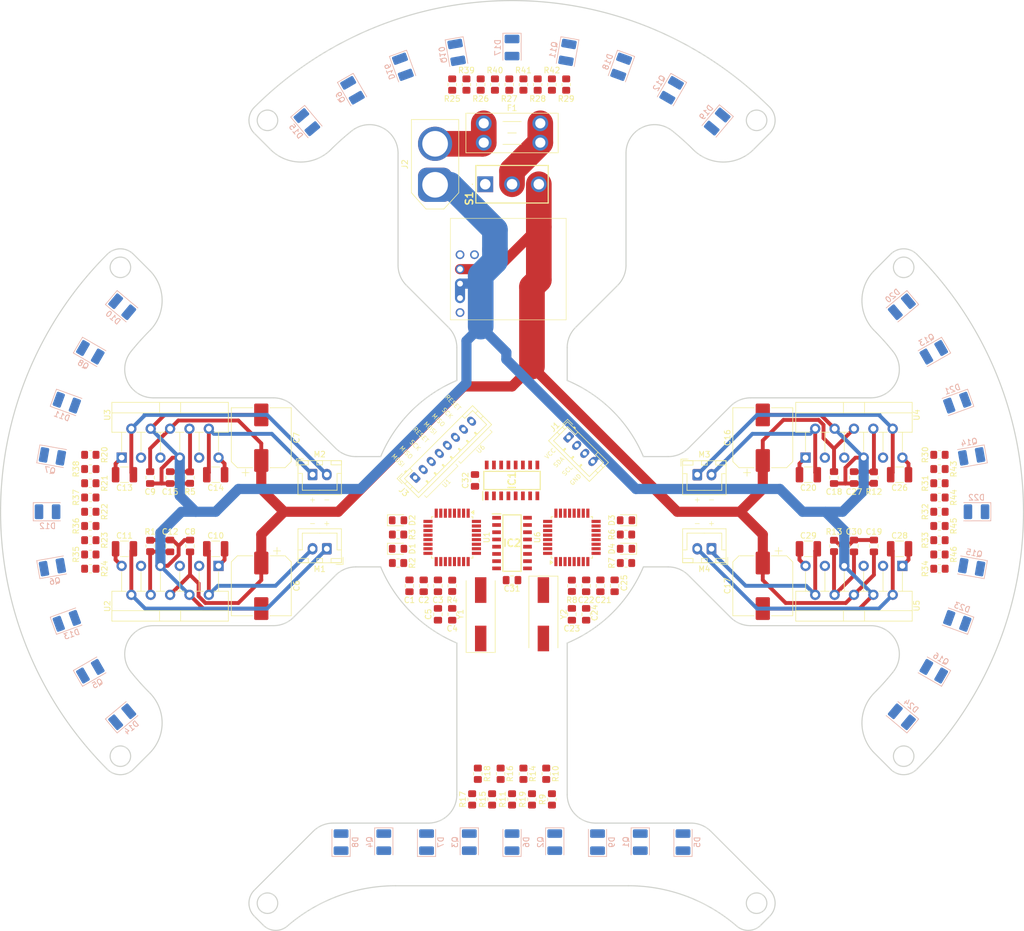
<source format=kicad_pcb>
(kicad_pcb (version 20241229) (generator "pcbnew") (generator_version "9.0")
  (layers (0 "F.Cu" signal) (2 "B.Cu" signal) (13 "F.Paste" user) (15 "B.Paste" user) (5 "F.SilkS" user "F.Silkscreen") (7 "B.SilkS" user "B.Silkscreen") (1 "F.Mask" user) (3 "B.Mask" user) (25 "Edge.Cuts" user))
  (net 0 "")
  (net 1 "Net-(U1-AREF)")
  (net 2 "+5V")
  (net 3 "Net-(U1-XTAL1{slash}PB6)")
  (net 4 "Net-(U1-XTAL2{slash}PB7)")
  (net 5 "Net-(D1-A)")
  (net 6 "Net-(D2-A)")
  (net 7 "Net-(U1-PB2)")
  (net 9 "SDA")
  (net 12 "SCL")
  (net 27 "MOTOR_1_BRAKE")
  (net 28 "+12V")
  (net 29 "Net-(U2-BOOTSTRAP1)")
  (net 30 "Net-(M1-Pin_2)")
  (net 31 "Net-(U2-BOOTSTRAP2)")
  (net 32 "Net-(M1-Pin_1)")
  (net 33 "Net-(U2-CURRENT_SENSE_OUTPUT)")
  (net 34 "Net-(M2-Pin_2)")
  (net 35 "Net-(U3-BOOTSTRAP1)")
  (net 36 "Net-(M2-Pin_1)")
  (net 37 "Net-(U3-BOOTSTRAP2)")
  (net 38 "Net-(U3-CURRENT_SENSE_OUTPUT)")
  (net 39 "Net-(M3-Pin_2)")
  (net 40 "Net-(U4-BOOTSTRAP1)")
  (net 41 "Net-(U6-XTAL1{slash}PB6)")
  (net 42 "Net-(U6-XTAL2{slash}PB7)")
  (net 43 "Net-(U6-AREF)")
  (net 44 "Net-(M3-Pin_1)")
  (net 45 "Net-(U4-BOOTSTRAP2)")
  (net 46 "Net-(U4-CURRENT_SENSE_OUTPUT)")
  (net 47 "Net-(U5-BOOTSTRAP1)")
  (net 48 "Net-(M4-Pin_2)")
  (net 49 "Net-(M4-Pin_1)")
  (net 50 "Net-(U5-BOOTSTRAP2)")
  (net 51 "Net-(U5-CURRENT_SENSE_OUTPUT)")
  (net 52 "Net-(D3-A)")
  (net 53 "Net-(D4-A)")
  (net 54 "Net-(U6-PB2)")
  (net 56 "MOTOR_4_SPEED")
  (net 59 "MOTOR_1_DIR")
  (net 61 "MOTOR_1_SPEED")
  (net 62 "MOTOR_2_DIR")
  (net 63 "MOTOR_3_SPEED")
  (net 64 "MOTOR_4_DIR")
  (net 68 "MOTOR_3_DIR")
  (net 69 "MOTOR_2_SPEED")
  (net 74 "Net-(J2-Pin_2)")
  (net 75 "Net-(S1-COM)")
  (net 79 "Net-(D5-A)")
  (net 80 "Net-(D6-A)")
  (net 81 "Net-(D7-A)")
  (net 82 "Net-(D8-A)")
  (net 83 "Net-(IC1-S3)")
  (net 84 "Net-(IC1-S5)")
  (net 85 "Net-(IC1-S2)")
  (net 86 "Net-(IC1-S4)")
  (net 87 "Net-(IC1-S1)")
  (net 89 "Net-(IC1-S6)")
  (net 90 "Net-(IC1-S7)")
  (net 91 "Net-(IC1-S8)")
  (net 93 "Net-(IC2-S4)")
  (net 95 "Net-(IC2-S3)")
  (net 96 "Net-(IC2-S7)")
  (net 97 "Net-(IC2-S1)")
  (net 99 "Net-(IC2-S2)")
  (net 100 "Net-(IC2-S6)")
  (net 101 "Net-(IC2-S5)")
  (net 103 "Net-(IC2-S8)")
  (net 107 "Net-(D9-A)")
  (net 108 "Net-(D10-A)")
  (net 109 "Net-(D11-A)")
  (net 110 "Net-(D12-A)")
  (net 111 "Net-(D13-A)")
  (net 112 "Net-(D14-A)")
  (net 113 "Net-(D15-A)")
  (net 114 "Net-(D16-A)")
  (net 115 "Net-(D17-A)")
  (net 116 "Net-(D18-A)")
  (net 117 "Net-(D19-A)")
  (net 118 "Net-(D20-A)")
  (net 119 "Net-(D21-A)")
  (net 120 "Net-(D22-A)")
  (net 121 "Net-(D23-A)")
  (net 122 "Net-(D24-A)")
  (net 123 "SCK_U6")
  (net 124 "MOSI_U1")
  (net 125 "MOSI_U6")
  (net 126 "RESET_U1")
  (net 127 "SCK_U1")
  (net 128 "MISO_U6")
  (net 129 "RESET_U6")
  (net 130 "MISO_U1")
  (footprint "Connector_AMASS:AMASS_XT60-M_1x02_P7.20mm_Vertical" (layer "F.Cu") (at -13.5 -57.4 90)
    (property "Reference" "J2")
    (property "Value" "Conn_01x02")
  )
  (footprint "ADG608BRZ:SOIC127P600X175-16N" (layer "F.Cu") (at 0 -5.5 90)
    (property "Reference" "IC1")
    (property "Value" "ADG608BRZ" (hide yes))
  )
  (footprint "Resistor_SMD:R_0805_2012Metric_Pad1.20x1.40mm_HandSolder" (layer "F.Cu") (at 2 -75 90)
    (property "Reference" "R41")
    (property "Value" "10k")
  )
  (footprint "Resistor_SMD:R_0805_2012Metric_Pad1.20x1.40mm_HandSolder" (layer "F.Cu") (at 4.5 -75 -90)
    (property "Reference" "R28")
    (property "Value" "330")
  )
  (footprint "Connector_JST:JST_PH_B8B-PH-K_1x08_P2.00mm_Vertical" (layer "F.Cu") (at -17 -6 45)
    (property "Reference" "J3")
    (property "Value" "Conn_01x08")
  )
  (footprint "Resistor_SMD:R_0805_2012Metric_Pad1.20x1.40mm_HandSolder" (layer "F.Cu") (at -20 4 180)
    (property "Reference" "R3")
    (property "Value" "330")
  )
  (footprint "Capacitor_SMD:CP_Elec_10x10" (layer "F.Cu") (at 44 -13 90)
    (property "Reference" "C16")
    (property "Value" "220uF")
  )
  (footprint "Resistor_SMD:R_0805_2012Metric_Pad1.20x1.40mm_HandSolder" (layer "F.Cu") (at 0 50.5 90)
    (property "Reference" "R11")
    (property "Value" "330")
  )
  (footprint "Resistor_SMD:R_0805_2012Metric_Pad1.20x1.40mm_HandSolder" (layer "F.Cu") (at 63.5 -6 -90)
    (property "Reference" "R12")
    (property "Value" "2.7k")
  )
  (footprint "LED_SMD:LED_0805_2012Metric_Pad1.15x1.40mm_HandSolder" (layer "F.Cu") (at 20 1.5 180)
    (property "Reference" "D3")
    (property "Value" "RED_LED")
  )
  (footprint "Resistor_SMD:R_0805_2012Metric_Pad1.20x1.40mm_HandSolder" (layer "F.Cu") (at 75 -2.5)
    (property "Reference" "R44")
    (property "Value" "10k")
  )
  (footprint "Capacitor_SMD:C_1210_3225Metric_Pad1.33x2.70mm_HandSolder" (layer "F.Cu") (at -52 -6.5 180)
    (property "Reference" "C14")
    (property "Value" "10nF")
  )
  (footprint "Resistor_SMD:R_0805_2012Metric_Pad1.20x1.40mm_HandSolder" (layer "F.Cu") (at -74 5)
    (property "Reference" "R23")
    (property "Value" "330")
  )
  (footprint "Capacitor_SMD:C_0805_2012Metric_Pad1.18x1.45mm_HandSolder" (layer "F.Cu") (at -18 13 90)
    (property "Reference" "C1")
    (property "Value" "100nF")
  )
  (footprint "Resistor_SMD:R_0805_2012Metric_Pad1.20x1.40mm_HandSolder" (layer "F.Cu") (at -63.5 6 90)
    (property "Reference" "R1")
    (property "Value" "2.7k")
  )
  (footprint "ADG608BRZ:SOIC127P600X175-16N" (layer "F.Cu") (at 0 5.5)
    (property "Reference" "IC2")
    (property "Value" "ADG608BRZ" (hide yes))
  )
  (footprint "Capacitor_SMD:C_0805_2012Metric_Pad1.18x1.45mm_HandSolder" (layer "F.Cu") (at -10.5 18 90)
    (property "Reference" "C4")
    (property "Value" "22pF")
  )
  (footprint "Capacitor_SMD:C_0805_2012Metric_Pad1.18x1.45mm_HandSolder" (layer "F.Cu") (at -13 18 90)
    (property "Reference" "C5")
    (property "Value" "22pF")
  )
  (footprint "Resistor_SMD:R_0805_2012Metric_Pad1.20x1.40mm_HandSolder" (layer "F.Cu") (at 75 5 180)
    (property "Reference" "R33")
    (property "Value" "330")
  )
  (footprint "Resistor_SMD:R_0805_2012Metric_Pad1.20x1.40mm_HandSolder" (layer "F.Cu") (at 75 -7.5)
    (property "Reference" "R43")
    (property "Value" "10k")
  )
  (footprint "Resistor_SMD:R_0805_2012Metric_Pad1.20x1.40mm_HandSolder" (layer "F.Cu") (at -74 -5)
    (property "Reference" "R21")
    (property "Value" "330")
  )
  (footprint "Resistor_SMD:R_0805_2012Metric_Pad1.20x1.40mm_HandSolder" (layer "F.Cu") (at 20 9)
    (property "Reference" "R7")
    (property "Value" "330")
  )
  (footprint "Capacitor_SMD:C_1210_3225Metric_Pad1.33x2.70mm_HandSolder" (layer "F.Cu") (at -52 6.5)
    (property "Reference" "C10")
    (property "Value" "10nF")
  )
  (footprint "Resistor_SMD:R_0805_2012Metric_Pad1.20x1.40mm_HandSolder" (layer "F.Cu") (at -2 46 -90)
    (property "Reference" "R16")
    (property "Value" "10k")
  )
  (footprint "Resistor_SMD:R_0805_2012Metric_Pad1.20x1.40mm_HandSolder" (layer "F.Cu") (at 75 -10 180)
    (property "Reference" "R30")
    (property "Value" "330")
  )
  (footprint "Resistor_SMD:R_0805_2012Metric_Pad1.20x1.40mm_HandSolder" (layer "F.Cu") (at 75 -5 180)
    (property "Reference" "R31")
    (property "Value" "330")
  )
  (footprint "Resistor_SMD:R_0805_2012Metric_Pad1.20x1.40mm_HandSolder" (layer "F.Cu") (at -74 -2.5 180)
    (property "Reference" "R37")
    (property "Value" "10k")
  )
  (footprint "Capacitor_SMD:C_0805_2012Metric_Pad1.18x1.45mm_HandSolder" (layer "F.Cu") (at 63.5 6 90)
    (property "Reference" "C19")
    (property "Value" "0.1uF")
  )
  (footprint "LED_SMD:LED_0805_2012Metric_Pad1.15x1.40mm_HandSolder" (layer "F.Cu") (at -20 6.5)
    (property "Reference" "D1")
    (property "Value" "RED_LED")
  )
  (footprint "Capacitor_SMD:C_0805_2012Metric_Pad1.18x1.45mm_HandSolder" (layer "F.Cu") (at 13 18 90)
    (property "Reference" "C24")
    (property "Value" "22pF")
  )
  (footprint "Fuse:Fuseholder_Blade_Mini_Keystone_3568" (layer "F.Cu") (at -4.96 -68.2)
    (property "Reference" "F1")
    (property "Value" "Fuse")
  )
  (footprint "Resistor_SMD:R_0805_2012Metric_Pad1.20x1.40mm_HandSolder" (layer "F.Cu") (at -74 0)
    (property "Reference" "R22")
    (property "Value" "330")
  )
  (footprint "Resistor_SMD:R_0805_2012Metric_Pad1.20x1.40mm_HandSolder" (layer "F.Cu") (at -0.48 -75 -90)
    (property "Reference" "R27")
    (property "Value" "330")
  )
  (footprint "Capacitor_SMD:C_1210_3225Metric_Pad1.33x2.70mm_HandSolder" (layer "F.Cu") (at -68 -6.5 180)
    (property "Reference" "C13")
    (property "Value" "10nF")
  )
  (footprint "Capacitor_SMD:C_0805_2012Metric_Pad1.18x1.45mm_HandSolder" (layer "F.Cu") (at 0 12)
    (property "Reference" "C31")
    (property "Value" "100nF")
  )
  (footprint "Crystal:Crystal_SMD_HC49-SD" (layer "F.Cu") (at 5.5 18 -90)
    (property "Reference" "Y2")
    (property "Value" "Crystal")
  )
  (footprint "Resistor_SMD:R_0805_2012Metric_Pad1.20x1.40mm_HandSolder" (layer "F.Cu") (at -10.5 13 90)
    (property "Reference" "R4")
    (property "Value" "10k")
  )
  (footprint "Capacitor_SMD:C_0805_2012Metric_Pad1.18x1.45mm_HandSolder" (layer "F.Cu") (at 13 13 -90)
    (property "Reference" "C22")
    (property "Value" "100nF")
  )
  (footprint "Package_QFP:TQFP-32_7x7mm_P0.8mm" (layer "F.Cu") (at -10.5 4.5 -90)
    (property "Reference" "U1")
    (property "Value" "ATmega328PB-A")
  )
  (footprint "Resistor_SMD:R_0805_2012Metric_Pad1.20x1.40mm_HandSolder" (layer "F.Cu") (at -74 10)
    (property "Reference" "R24")
    (property "Value" "330")
  )
  (footprint "Capacitor_SMD:C_0805_2012Metric_Pad1.18x1.45mm_HandSolder" (layer "F.Cu") (at -60 -6 -90)
    (property "Reference" "C15")
    (property "Value" "0.1uF")
  )
  (footprint "Capacitor_SMD:C_0805_2012Metric_Pad1.18x1.45mm_HandSolder" (layer "F.Cu") (at -13 13 -90)
    (property "Reference" "C3")
    (property "Value" "100nF")
  )
  (footprint "Resistor_SMD:R_0805_2012Metric_Pad1.20x1.40mm_HandSolder" (layer "F.Cu") (at 75 7.5)
    (property "Reference" "R46")
    (property "Value" "10k")
  )
  (footprint "Capacitor_SMD:C_0805_2012Metric_Pad1.18x1.45mm_HandSolder" (layer "F.Cu") (at 18 13 -90)
    (property "Reference" "C25")
    (property "Value" "100nF")
  )
  (footprint "Package_TO_SOT_THT:TO-220-11_P3.4x5.08mm_StaggerOdd_Lead4.58mm_Vertical" (layer "F.Cu") (at 51.5 -9.5)
    (property "Reference" "U4")
    (property "Value" "LMD18200")
  )
  (footprint "Connector_JST:JST_XH_B2B-XH-A_1x02_P2.50mm_Vertical" (layer "F.Cu") (at -35 -6.525)
    (property "Reference" "M2")
    (property "Value" "Conn_01x02_Pin")
  )
  (footprint "Capacitor_SMD:C_0805_2012Metric_Pad1.18x1.45mm_HandSolder" (layer "F.Cu") (at 60 6 90)
    (property "Reference" "C30")
    (property "Value" "0.1uF")
  )
  (footprint "Resistor_SMD:R_0805_2012Metric_Pad1.20x1.40mm_HandSolder" (layer "F.Cu") (at 20 4)
    (property "Reference" "R6")
    (property "Value" "330")
  )
  (footprint "Capacitor_SMD:C_1210_3225Metric_Pad1.33x2.70mm_HandSolder" (layer "F.Cu") (at -68 6.5)
    (property "Reference" "C11")
    (property "Value" "10nF")
  )
  (footprint "Connector_JST:JST_XH_B2B-XH-A_1x02_P2.50mm_Vertical" (layer "F.Cu") (at 32.5 -6.5)
    (property "Reference" "M3")
    (property "Value" "Conn_01x02_Pin")
  )
  (footprint "Capacitor_SMD:C_1210_3225Metric_Pad1.33x2.70mm_HandSolder" (layer "F.Cu") (at 68 6.5)
    (property "Reference" "C28")
    (property "Value" "10nF")
  )
  (footprint "Resistor_SMD:R_0805_2012Metric_Pad1.20x1.40mm_HandSolder" (layer "F.Cu") (at 56.5 6 90)
    (property "Reference" "R13")
    (property "Value" "2.7k")
  )
  (footprint "Connector_JST:JST_PH_B4B-PH-K_1x04_P2.00mm_Vertical" (layer "F.Cu") (at 9.928932 -13.071068 -45)
    (property "Reference" "J1")
    (property "Value" "Conn_01x04")
  )
  (footprint "Resistor_SMD:R_0805_2012Metric_Pad1.20x1.40mm_HandSolder" (layer "F.Cu") (at 9.5 -75 -90)
    (property "Reference" "R29")
    (property "Value" "330")
  )
  (footprint "Capacitor_SMD:C_1210_3225Metric_Pad1.33x2.70mm_HandSolder" (layer "F.Cu") (at 52 6.5)
    (property "Reference" "C29")
    (property "Value" "10nF")
  )
  (footprint "Resistor_SMD:R_0805_2012Metric_Pad1.20x1.40mm_HandSolder" (layer "F.Cu") (at -5.5 -75 -90)
    (property "Reference" "R26")
    (property "Value" "330")
  )
  (footprint "Resistor_SMD:R_0805_2012Metric_Pad1.20x1.40mm_HandSolder" (layer "F.Cu") (at -6 46 -90)
    (property "Reference" "R18")
    (property "Value" "10k")
  )
  (footprint "Resistor_SMD:R_0805_2012Metric_Pad1.20x1.40mm_HandSolder" (layer "F.Cu") (at 75 2.5)
    (property "Reference" "R45")
    (property "Value" "10k")
  )
  (footprint "LED_SMD:LED_0805_2012Metric_Pad1.15x1.40mm_HandSolder" (layer "F.Cu") (at -20 1.5)
    (property "Reference" "D2")
    (property "Value" "GREEN_LED")
  )
  (footprint "Resistor_SMD:R_0805_2012Metric_Pad1.20x1.40mm_HandSolder" (layer "F.Cu") (at 10.5 13 90)
    (property "Reference" "R8")
    (property "Value" "10k")
  )
  (footprint "Package_TO_SOT_THT:TO-220-11_P3.4x5.08mm_StaggerOdd_Lead4.58mm_Vertical" (layer "F.Cu") (at 68.5 9.5 180)
    (property "Reference" "U5")
    (property "Value" "LMD18200")
  )
  (footprint "Capacitor_SMD:C_0805_2012Metric_Pad1.18x1.45mm_HandSolder" (layer "F.Cu") (at -63.5 -6 -90)
    (property "Reference" "C9")
    (property "Value" "0.1uF")
  )
  (footprint "Capacitor_SMD:C_0805_2012Metric_Pad1.18x1.45mm_HandSolder" (layer "F.Cu") (at 60 -6 -90)
    (property "Reference" "C27")
    (property "Value" "0.1uF")
  )
  (footprint "Capacitor_SMD:C_0805_2012Metric_Pad1.18x1.45mm_HandSolder" (layer "F.Cu") (at -60 6 90)
    (property "Reference" "C12")
    (property "Value" "0.1uF")
  )
  (footprint "Resistor_SMD:R_0805_2012Metric_Pad1.20x1.40mm_HandSolder" (layer "F.Cu") (at -74 2.5 180)
    (property "Reference" "R36")
    (property "Value" "10k")
  )
  (footprint "Resistor_SMD:R_0805_2012Metric_Pad1.20x1.40mm_HandSolder" (layer "F.Cu") (at -74 -7.5 180)
    (property "Reference" "R38")
    (property "Value" "10k")
  )
  (footprint "Capacitor_SMD:CP_Elec_10x10" (layer "F.Cu") (at -44 -13 90)
    (property "Reference" "C7")
    (property "Value" "220uF")
  )
  (footprint "Resistor_SMD:R_0805_2012Metric_Pad1.20x1.40mm_HandSolder" (layer "F.Cu") (at -74 7.5 180)
    (property "Reference" "R35")
    (property "Value" "10k")
  )
  (footprint "Crystal:Crystal_SMD_HC49-SD" (layer "F.Cu") (at -5.5 18 90)
    (property "Reference" "Y1")
    (property "Value" "Crystal")
  )
  (footprint "Resistor_SMD:R_0805_2012Metric_Pad1.20x1.40mm_HandSolder" (layer "F.Cu") (at -8 -75 90)
    (property "Reference" "R39")
    (property "Value" "10k")
  )
  (footprint "Resistor_SMD:R_0805_2012Metric_Pad1.20x1.40mm_HandSolder" (layer "F.Cu") (at 7 -75 90)
    (property "Reference" "R42")
    (property "Value" "10k")
  )
  (footprint "Package_TO_SOT_THT:TO-220-11_P3.4x5.08mm_StaggerOdd_Lead4.58mm_Vertical" (layer "F.Cu") (at -51.5 9.5 180)
    (property "Reference" "U2")
    (property "Value" "LMD18200")
  )
  (footprint "Resistor_SMD:R_0805_2012Metric_Pad1.20x1.40mm_HandSolder" (layer "F.Cu") (at -20 9 180)
    (property "Reference" "R2")
    (property "Value" "330")
  )
  (footprint "Resistor_SMD:R_0805_2012Metric_Pad1.20x1.40mm_HandSolder" (layer "F.Cu") (at -74 -10)
    (property "Reference" "R20")
    (property "Value" "330")
  )
  (footprint "Resistor_SMD:R_0805_2012Metric_Pad1.20x1.40mm_HandSolder" (layer "F.Cu") (at -3.5 50.5 90)
    (property "Reference" "R15")
    (property "Value" "330")
  )
  (footprint "Capacitor_SMD:CP_Elec_10x10" (layer "F.Cu") (at 44 13 -90)
    (property "Reference" "C17")
    (property "Value" "220uF")
  )
  (footprint "Capacitor_SMD:C_0805_2012Metric_Pad1.18x1.45mm_HandSolder" (layer "F.Cu") (at -15.5 13 90)
    (property "Reference" "C2")
    (property "Value" "100nF")
  )
  (footprint "Pololu:D36V28F5" (layer "F.Cu") (at 0 -42.5 -90)
    (property "Reference" "U7" (hide yes))
    (property "Value" "~" (hide yes))
  )
  (footprint "Resistor_SMD:R_0805_2012Metric_Pad1.20x1.40mm_HandSolder" (layer "F.Cu") (at 2 46 -90)
    (property "Reference" "R14")
    (property "Value" "10k")
  )
  (footprint "Package_QFP:TQFP-32_7x7mm_P0.8mm" (layer "F.Cu") (at 10.5 4.5 90)
    (property "Reference" "U6")
    (property "Value" "ATmega328PB-A")
  )
  (footprint "Connector_JST:JST_XH_B2B-XH-A_1x02_P2.50mm_Vertical" (layer "F.Cu") (at -32.5 6.5 180)
    (property "Reference" "M1")
    (property "Value" "Conn_01x02_Pin")
  )
  (footprint "Capacitor_SMD:C_0805_2012Metric_Pad1.18x1.45mm_HandSolder" (layer "F.Cu") (at 10.5 18 90)
    (property "Reference" "C23")
    (property "Value" "22pF")
  )
  (footprint "Capacitor_SMD:C_0805_2012Metric_Pad1.18x1.45mm_HandSolder" (layer "F.Cu") (at 15.5 13 -90)
    (property "Reference" "C21")
    (property "Value" "100nF")
  )
  (footprint "Resistor_SMD:R_0805_2012Metric_Pad1.20x1.40mm_HandSolder" (layer "F.Cu") (at 7 50.5 90)
    (property "Reference" "R9")
    (property "Value" "330")
  )
  (footprint "LED_SMD:LED_0805_2012Metric_Pad1.15x1.40mm_HandSolder" (layer "F.Cu") (at 20 6.5 180)
    (property "Reference" "D4")
    (property "Value" "GREEN_LED")
  )
  (footprint "1101M2S3CGE2:1101M2S3CGE2" (layer "F.Cu") (at -4.7 -57.5 -90)
    (property "Reference" "S1")
    (property "Value" "1101M2S3CGE2" (hide yes))
  )
  (footprint "Capacitor_SMD:C_1210_3225Metric_Pad1.33x2.70mm_HandSolder" (layer "F.Cu") (at 68 -6.5 180)
    (property "Reference" "C26")
    (property "Value" "10nF")
  )
  (footprint "Capacitor_SMD:CP_Elec_10x10" (layer "F.Cu") (at -44 13 -90)
    (property "Reference" "C6")
    (property "Value" "220uF")
  )
  (footprint "Resistor_SMD:R_0805_2012Metric_Pad1.20x1.40mm_HandSolder" (layer "F.Cu") (at -7 50.5 90)
    (property "Reference" "R17")
    (property "Value" "330")
  )
  (footprint "Resistor_SMD:R_0805_2012Metric_Pad1.20x1.40mm_HandSolder" (layer "F.Cu") (at -3 -75 90)
    (property "Reference" "R40")
    (property "Value" "10k")
  )
  (footprint "Resistor_SMD:R_0805_2012Metric_Pad1.20x1.40mm_HandSolder" (layer "F.Cu") (at 3.5 50.5 90)
    (property "Reference" "R19")
    (property "Value" "330")
  )
  (footprint "Resistor_SMD:R_0805_2012Metric_Pad1.20x1.40mm_HandSolder" (layer "F.Cu") (at 6 46 -90)
    (property "Reference" "R10")
    (property "Value" "10k")
  )
  (footprint "Package_TO_SOT_THT:TO-220-11_P3.4x5.08mm_StaggerOdd_Lead4.58mm_Vertical" (layer "F.Cu") (at -68.5 -9.5)
    (property "Reference" "U3")
    (property "Value" "LMD18200")
  )
  (footprint "Resistor_SMD:R_0805_2012Metric_Pad1.20x1.40mm_HandSolder" (layer "F.Cu") (at -56.5 -6 -90)
    (property "Reference" "R5")
    (property "Value" "2.7k")
  )
  (footprint "Connector_JST:JST_XH_B2B-XH-A_1x02_P2.50mm_Vertical" (layer "F.Cu") (at 35 6.5 180)
    (property "Reference" "M4")
    (property "Value" "Conn_01x02_Pin")
  )
  (footprint "Capacitor_SMD:C_0805_2012Metric_Pad1.18x1.45mm_HandSolder" (layer "F.Cu") (at 56.5 -6 -90)
    (property "Reference" "C18")
    (property "Value" "0.1uF")
  )
  (footprint "Capacitor_SMD:C_0805_2012Metric_Pad1.18x1.45mm_HandSolder" (layer "F.Cu") (at -6.5 -5.5 90)
    (property "Reference" "C32")
    (property "Value" "100nF")
  )
  (footprint "Resistor_SMD:R_0805_2012Metric_Pad1.20x1.40mm_HandSolder" (layer "F.Cu") (at 75 10 180)
    (property "Reference" "R34")
    (property "Value" "330")
  )
  (footprint "Resistor_SMD:R_0805_2012Metric_Pad1.20x1.40mm_HandSolder" (layer "F.Cu") (at -10.5 -75 -90)
    (property "Reference" "R25")
    (property "Value" "330")
  )
  (footprint "Capacitor_SMD:C_0805_2012Metric_Pad1.18x1.45mm_HandSolder" (layer "F.Cu") (at -56.5 6 90)
    (property "Reference" "C8")
    (property "Value" "0.1uF")
  )
  (footprint "Resistor_SMD:R_0805_2012Metric_Pad1.20x1.40mm_HandSolder" (layer "F.Cu") (at 75 0 180)
    (property "Reference" "R32")
    (property "Value" "330")
  )
  (footprint "Capacitor_SMD:C_1210_3225Metric_Pad1.33x2.70mm_HandSolder" (layer "F.Cu") (at 52 -6.5 180)
    (property "Reference" "C20")
    (property "Value" "10nF")
  )
  (footprint "LED_SMD:LED_PLCC-2_3.4x3.0mm_KA" (layer "B.Cu") (at -73.997423 -28 -30)
    (property "Reference" "Q8")
    (property "Value" "SFH320")
  )
  (footprint "LED_SMD:LED_PLCC-2_3.4x3.0mm_KA" (layer "B.Cu") (at -35.996106 -68.398489 -50)
    (property "Reference" "D15")
    (property "Value" "LED")
  )
  (footprint "LED_SMD:LED_PLCC-2_3.4x3.0mm_KA" (layer "B.Cu") (at 68.398489 35.996106 140)
    (property "Reference" "D24")
    (property "Value" "LED")
  )
  (footprint "LED_SMD:LED_PLCC-2_3.4x3.0mm_KA" (layer "B.Cu") (at 0 58 90)
    (property "Reference" "D6")
    (property "Value" "LED")
  )
  (footprint "LED_SMD:LED_PLCC-2_3.4x3.0mm_KA" (layer "B.Cu") (at 80.649234 9.724298 170)
    (property "Reference" "Q15")
    (property "Value" "SFH320")
  )
  (footprint "LED_SMD:LED_PLCC-2_3.4x3.0mm_KA" (layer "B.Cu") (at -78.122787 -19.153128 -20)
    (property "Reference" "D11")
    (property "Value" "LED")
  )
  (footprint "LED_SMD:LED_PLCC-2_3.4x3.0mm_KA" (layer "B.Cu") (at 22.5 58 -90)
    (property "Reference" "Q1")
    (property "Value" "SFH320")
  )
  (footprint "LED_SMD:LED_PLCC-2_3.4x3.0mm_KA" (layer "B.Cu") (at 28 -73.997423 -120)
    (property "Reference" "Q12")
    (property "Value" "SFH320")
  )
  (footprint "LED_SMD:LED_PLCC-2_3.4x3.0mm_KA" (layer "B.Cu") (at 74 28 150)
    (property "Reference" "Q16")
    (property "Value" "SFH320")
  )
  (footprint "LED_SMD:LED_PLCC-2_3.4x3.0mm_KA" (layer "B.Cu") (at 15 58 90)
    (property "Reference" "D9")
    (property "Value" "LED")
  )
  (footprint "LED_SMD:LED_PLCC-2_3.4x3.0mm_KA" (layer "B.Cu") (at -80.649234 9.724298 10)
    (property "Reference" "Q6")
    (property "Value" "SFH320")
  )
  (footprint "LED_SMD:LED_PLCC-2_3.4x3.0mm_KA" (layer "B.Cu") (at 81.5 0 180)
    (property "Reference" "D22")
    (property "Value" "LED")
  )
  (footprint "LED_SMD:LED_PLCC-2_3.4x3.0mm_KA" (layer "B.Cu") (at -78.122787 19.153128 20)
    (property "Reference" "D13")
    (property "Value" "LED")
  )
  (footprint "LED_SMD:LED_PLCC-2_3.4x3.0mm_KA" (layer "B.Cu") (at 68.398489 -35.996106 -140)
    (property "Reference" "D20")
    (property "Value" "LED")
  )
  (footprint "LED_SMD:LED_PLCC-2_3.4x3.0mm_KA" (layer "B.Cu") (at -28 -73.997423 -60)
    (property "Reference" "Q9")
    (property "Value" "SFH320")
  )
  (footprint "LED_SMD:LED_PLCC-2_3.4x3.0mm_KA" (layer "B.Cu") (at 78.122787 -19.153128 -160)
    (property "Reference" "D21")
    (property "Value" "LED")
  )
  (footprint "LED_SMD:LED_PLCC-2_3.4x3.0mm_KA" (layer "B.Cu") (at 74 -28 -150)
    (property "Reference" "Q13")
    (property "Value" "SFH320")
  )
  (footprint "LED_SMD:LED_PLCC-2_3.4x3.0mm_KA" (layer "B.Cu") (at -19.153126 -78.122787 -70)
    (property "Reference" "D16")
    (property "Value" "LED")
  )
  (footprint "LED_SMD:LED_PLCC-2_3.4x3.0mm_KA" (layer "B.Cu") (at 30 58 90)
    (property "Reference" "D5")
    (property "Value" "LED")
  )
  (footprint "LED_SMD:LED_PLCC-2_3.4x3.0mm_KA" (layer "B.Cu") (at -22.5 58 -90)
    (property "Reference" "Q4")
    (property "Value" "SFH320")
  )
  (footprint "LED_SMD:LED_PLCC-2_3.4x3.0mm_KA" (layer "B.Cu") (at -81.5 0)
    (property "Reference" "D12")
    (property "Value" "LED")
  )
  (footprint "LED_SMD:LED_PLCC-2_3.4x3.0mm_KA" (layer "B.Cu") (at 19.153128 -78.122787 -110)
    (property "Reference" "D18")
    (property "Value" "LED")
  )
  (footprint "LED_SMD:LED_PLCC-2_3.4x3.0mm_KA" (layer "B.Cu") (at 78.122787 19.153128 160)
    (property "Reference" "D23")
    (property "Value" "LED")
  )
  (footprint "LED_SMD:LED_PLCC-2_3.4x3.0mm_KA" (layer "B.Cu") (at -7.5 58 -90)
    (property "Reference" "Q3")
    (property "Value" "SFH320")
  )
  (footprint "LED_SMD:LED_PLCC-2_3.4x3.0mm_KA" (layer "B.Cu") (at -30 58 90)
    (property "Reference" "D8")
    (property "Value" "LED")
  )
  (footprint "LED_SMD:LED_PLCC-2_3.4x3.0mm_KA" (layer "B.Cu") (at 36 -68.5 -130)
    (property "Reference" "D19")
    (property "Value" "LED")
  )
  (footprint "LED_SMD:LED_PLCC-2_3.4x3.0mm_KA" (layer "B.Cu") (at -68.398489 35.996106 40)
    (property "Reference" "D14")
    (property "Value" "LED")
  )
  (footprint "LED_SMD:LED_PLCC-2_3.4x3.0mm_KA" (layer "B.Cu") (at 9.724298 -80.649234 -100)
    (property "Reference" "Q11")
    (property "Value" "SFH320")
  )
  (footprint "LED_SMD:LED_PLCC-2_3.4x3.0mm_KA" (layer "B.Cu") (at 80.649234 -9.724298 -170)
    (property "Reference" "Q14")
    (property "Value" "SFH320")
  )
  (footprint "LED_SMD:LED_PLCC-2_3.4x3.0mm_KA" (layer "B.Cu") (at -68.398489 -35.996106 -40)
    (property "Reference" "D10")
    (property "Value" "LED")
  )
  (footprint "LED_SMD:LED_PLCC-2_3.4x3.0mm_KA" (layer "B.Cu") (at -73.997423 28 30)
    (property "Reference" "Q5")
    (property "Value" "SFH320")
  )
  (footprint "LED_SMD:LED_PLCC-2_3.4x3.0mm_KA" (layer "B.Cu") (at -9.724298 -80.649234 -80)
    (property "Reference" "Q10")
    (property "Value" "SFH320")
  )
  (footprint "LED_SMD:LED_PLCC-2_3.4x3.0mm_KA" (layer "B.Cu") (at -15 58 90)
    (property "Reference" "D7")
    (property "Value" "LED")
  )
  (footprint "LED_SMD:LED_PLCC-2_3.4x3.0mm_KA" (layer "B.Cu") (at 7.5 58 -90)
    (property "Reference" "Q2")
    (property "Value" "SFH320")
  )
  (footprint "LED_SMD:LED_PLCC-2_3.4x3.0mm_KA" (layer "B.Cu") (at 0 -81.5 -90)
    (property "Reference" "D17")
    (property "Value" "LED")
  )
  (footprint "LED_SMD:LED_PLCC-2_3.4x3.0mm_KA" (layer "B.Cu") (at -80.649234 -9.724298 -10)
    (property "Reference" "Q7")
    (property "Value" "SFH320")
  )
  (gr_line (start -9 -8.5) (end -3.5 -14) (stroke (width 0.1)) (layer "F.SilkS"))
  (gr_line (start -3.5 -14) (end -3.853553 -14.353553) (stroke (width 0.1)) (layer "F.SilkS"))
  (gr_line (start -15 -2.5) (end -15.353553 -2.853553) (stroke (width 0.1)) (layer "F.SilkS"))
  (gr_line (start -15 -2.5) (end -9.5 -8) (stroke (width 0.1)) (layer "F.SilkS"))
  (gr_line (start -9.5 -8) (end -9.853553 -8.353553) (stroke (width 0.1)) (layer "F.SilkS"))
  (gr_line (start -9 -8.5) (end -9.353553 -8.853553) (stroke (width 0.1)) (layer "F.SilkS"))
  (gr_circle (center -68.720771 42.911428) (end -66.920771 42.911428) (stroke (width 0.2)) (fill no) (layer "Edge.Cuts"))
  (gr_arc (start -9.682577 23.048805) (mid -17.677666 17.677673) (end -23.0488 9.682586) (stroke (width 0.2)) (layer "Edge.Cuts"))
  (gr_line (start -66.422674 45.209525) (end -63.594252 42.381104) (stroke (width 0.2)) (layer "Edge.Cuts"))
  (gr_arc (start -28.130018 -66.861705) (mid -22.837835 -67.470935) (end -20 -62.962604) (stroke (width 0.2)) (layer "Edge.Cuts"))
  (gr_arc (start -63.594254 31.774493) (mid -61.397551 37.077798) (end -63.594252 42.381104) (stroke (width 0.2)) (layer "Edge.Cuts"))
  (gr_line (start -38.334524 18.535534) (end -30.946041 11.147051) (stroke (width 0.2)) (layer "Edge.Cuts"))
  (gr_line (start -45.209479 -66.422703) (end -42.381051 -63.594275) (stroke (width 0.2)) (layer "Edge.Cuts"))
  (gr_circle (center 68.720799 42.911383) (end 70.520799 42.911383) (stroke (width 0.2)) (fill no) (layer "Edge.Cuts"))
  (gr_line (start -45.209459 66.422718) (end -34.910202 56.12346) (stroke (width 0.2)) (layer "Edge.Cuts"))
  (gr_arc (start -34.910202 56.12346) (mid -33.288086 55.039596) (end -31.374669 54.658994) (stroke (width 0.2)) (layer "Edge.Cuts"))
  (gr_arc (start -71.018867 45.209527) (mid -89.745277 0.000014) (end -71.018881 -45.209505) (stroke (width 0.2)) (layer "Edge.Cuts"))
  (gr_arc (start 45.209507 66.422692) (mid 46.161409 68.717667) (end 45.213918 71.014467) (stroke (width 0.2)) (layer "Edge.Cuts"))
  (gr_line (start 63.594269 -42.381082) (end 66.422694 -45.209507) (stroke (width 0.2)) (layer "Edge.Cuts"))
  (gr_line (start -66.422687 -45.209504) (end -63.594267 -42.381084) (stroke (width 0.2)) (layer "Edge.Cuts"))
  (gr_arc (start 63.594263 -31.774472) (mid 65.277647 -29.996767) (end 66.861714 -28.130018) (stroke (width 0.2)) (layer "Edge.Cuts"))
  (gr_line (start 30.94604 -11.147059) (end 30.946044 -11.147055) (stroke (width 0.2)) (layer "Edge.Cuts"))
  (gr_line (start 62.972086 -20) (end 41.87 -20) (stroke (width 0.2)) (layer "Edge.Cuts"))
  (gr_line (start -20.438692 65.658994) (end 20.4387 65.658994) (stroke (width 0.2)) (layer "Edge.Cuts"))
  (gr_arc (start -63.594254 31.774493) (mid -65.277649 29.996777) (end -66.861724 28.130017) (stroke (width 0.2)) (layer "Edge.Cuts"))
  (gr_arc (start -39.428259 72.741045) (mid -30.572288 67.487129) (end -20.438692 65.658994) (stroke (width 0.2)) (layer "Edge.Cuts"))
  (gr_arc (start -62.962623 -20) (mid -67.470953 -22.837835) (end -66.861724 -28.130017) (stroke (width 0.2)) (layer "Edge.Cuts"))
  (gr_arc (start -18.535535 -39.748759) (mid -19.619398 -41.370875) (end -20 -43.284291) (stroke (width 0.2)) (layer "Edge.Cuts"))
  (gr_circle (center -42.911382 -68.7208) (end -41.111382 -68.7208) (stroke (width 0.2)) (fill no) (layer "Edge.Cuts"))
  (gr_arc (start 41.8701 20) (mid 39.956618 19.619371) (end 38.334447 18.535453) (stroke (width 0.2)) (layer "Edge.Cuts"))
  (gr_arc (start -45.209479 -71.018898) (mid 0.000002 -89.745272) (end 45.209482 -71.018896) (stroke (width 0.2)) (layer "Edge.Cuts"))
  (gr_line (start 9.682578 -28.82473) (end 9.682578 -23.048803) (stroke (width 0.2)) (layer "Edge.Cuts"))
  (gr_arc (start -41.870057 -20) (mid -39.95664 -19.619398) (end -38.334524 -18.535534) (stroke (width 0.2)) (layer "Edge.Cuts"))
  (gr_line (start -9.682577 -28.82473) (end -9.682577 -23.048806) (stroke (width 0.2)) (layer "Edge.Cuts"))
  (gr_arc (start -66.422674 45.209525) (mid -68.72077 46.161428) (end -71.018867 45.209527) (stroke (width 0.2)) (layer "Edge.Cuts"))
  (gr_arc (start 66.861714 28.130018) (mid 65.277656 29.996759) (end 63.594279 31.774456) (stroke (width 0.2)) (layer "Edge.Cuts"))
  (gr_line (start 66.422711 45.209489) (end 63.594286 42.381064) (stroke (width 0.2)) (layer "Edge.Cuts"))
  (gr_circle (center 42.911406 68.720785) (end 44.711406 68.720785) (stroke (width 0.2)) (fill no) (layer "Edge.Cuts"))
  (gr_line (start -20 -62.962604) (end -20 -43.284291) (stroke (width 0.2)) (layer "Edge.Cuts"))
  (gr_arc (start -23.048805 -9.682577) (mid -17.67767 -17.67767) (end -9.682577 -23.048806) (stroke (width 0.2)) (layer "Edge.Cuts"))
  (gr_arc (start 71.018897 45.20948) (mid 68.720806 46.161388) (end 66.422712 45.209488) (stroke (width 0.2)) (layer "Edge.Cuts"))
  (gr_arc (start -30.946041 11.147051) (mid -29.323926 10.063188) (end -27.41051 9.682586) (stroke (width 0.2)) (layer "Edge.Cuts"))
  (gr_arc (start 66.861714 -28.130018) (mid 67.472987 -22.842105) (end 62.972086 -20) (stroke (width 0.2)) (layer "Edge.Cuts"))
  (gr_arc (start -11.147044 -32.360267) (mid -10.063179 -30.738149) (end -9.682577 -28.82473) (stroke (width 0.2)) (layer "Edge.Cuts"))
  (gr_line (start -27.410496 -9.682577) (end -23.048805 -9.682577) (stroke (width 0.2)) (layer "Edge.Cuts"))
  (gr_arc (start 9.682578 -23.048803) (mid 17.67767 -17.677669) (end 23.048802 -9.682577) (stroke (width 0.2)) (layer "Edge.Cuts"))
  (gr_arc (start 9.682578 -28.82473) (mid 10.063181 -30.738147) (end 11.147045 -32.360265) (stroke (width 0.2)) (layer "Edge.Cuts"))
  (gr_arc (start 66.422694 -45.209507) (mid 68.720794 -46.161413) (end 71.018883 -45.209502) (stroke (width 0.2)) (layer "Edge.Cuts"))
  (gr_arc (start 20 -62.9626) (mid 22.837834 -67.47093) (end 28.130018 -66.861705) (stroke (width 0.2)) (layer "Edge.Cuts"))
  (gr_line (start -27.41051 9.682586) (end -23.0488 9.682586) (stroke (width 0.2)) (layer "Edge.Cuts"))
  (gr_circle (center 68.720786 -42.911405) (end 70.520786 -42.911405) (stroke (width 0.2)) (fill no) (layer "Edge.Cuts"))
  (gr_arc (start -9.682577 49.658991) (mid -11.147044 53.194527) (end -14.68258 54.658994) (stroke (width 0.2)) (layer "Edge.Cuts"))
  (gr_arc (start 38.334645 -18.535655) (mid 39.956681 -19.619429) (end 41.87 -19.999946) (stroke (width 0.2)) (layer "Edge.Cuts"))
  (gr_line (start 43.637743 72.590642) (end 45.213918 71.014467) (stroke (width 0.2)) (layer "Edge.Cuts"))
  (gr_line (start 20 -62.9626) (end 20 -43.28432) (stroke (width 0.2)) (layer "Edge.Cuts"))
  (gr_line (start 27.4105 9.682586) (end 23.048802 9.682586) (stroke (width 0.2)) (layer "Edge.Cuts"))
  (gr_line (start 9.682578 49.65899) (end 9.682578 23.048805) (stroke (width 0.2)) (layer "Edge.Cuts"))
  (gr_arc (start 71.018883 -45.209502) (mid 89.745274 -0.000014) (end 71.018897 45.20948) (stroke (width 0.2)) (layer "Edge.Cuts"))
  (gr_line (start 41.87 -19.999946) (end 41.87 -20) (stroke (width 0.2)) (layer "Edge.Cuts"))
  (gr_arc (start 20.4387 65.658994) (mid 30.572299 67.487129) (end 39.428268 72.741054) (stroke (width 0.2)) (layer "Edge.Cuts"))
  (gr_line (start -9.682577 49.658991) (end -9.682577 23.048805) (stroke (width 0.2)) (layer "Edge.Cuts"))
  (gr_arc (start 43.637743 72.590642) (mid 41.562596 73.493949) (end 39.428268 72.741054) (stroke (width 0.2)) (layer "Edge.Cuts"))
  (gr_line (start 45.209507 66.422692) (end 34.910357 56.123543) (stroke (width 0.2)) (layer "Edge.Cuts"))
  (gr_arc (start -31.77445 -63.594275) (mid -29.996756 -65.277649) (end -28.130018 -66.861705) (stroke (width 0.2)) (layer "Edge.Cuts"))
  (gr_arc (start 14.68258 54.658994) (mid 11.147043 53.194527) (end 9.682577 49.65899) (stroke (width 0.2)) (layer "Edge.Cuts"))
  (gr_arc (start -66.861724 28.130017) (mid -67.470954 22.837836) (end -62.962623 20.000004) (stroke (width 0.2)) (layer "Edge.Cuts"))
  (gr_arc (start -38.334524 18.535534) (mid -39.95664 19.619398) (end -41.870057 20) (stroke (width 0.2)) (layer "Edge.Cuts"))
  (gr_arc (start 31.3747 54.658994) (mid 33.288185 55.039624) (end 34.910358 56.123542) (stroke (width 0.2)) (layer "Edge.Cuts"))
  (gr_arc (start 63.594286 42.381064) (mid 61.397588 37.077762) (end 63.594279 31.774456) (stroke (width 0.2)) (layer "Edge.Cuts"))
  (gr_line (start 18.535505 -39.748724) (end 11.147045 -32.360265) (stroke (width 0.2)) (layer "Edge.Cuts"))
  (gr_line (start -31.374669 54.658994) (end -14.68258 54.658994) (stroke (width 0.2)) (layer "Edge.Cuts"))
  (gr_arc (start 63.594263 -31.774472) (mid 61.397568 -37.077777) (end 63.594274 -42.381077) (stroke (width 0.2)) (layer "Edge.Cuts"))
  (gr_arc (start -27.410496 -9.682577) (mid -29.323915 -10.06318) (end -30.946033 -11.147044) (stroke (width 0.2)) (layer "Edge.Cuts"))
  (gr_arc (start 20 -43.28432) (mid 19.619392 -41.370869) (end 18.535505 -39.748724) (stroke (width 0.2)) (layer "Edge.Cuts"))
  (gr_arc (start 30.94604 -11.147059) (mid 29.323919 -10.063192) (end 27.410499 -9.682577) (stroke (width 0.2)) (layer "Edge.Cuts"))
  (gr_line (start -62.962623 -20) (end -41.870057 -20) (stroke (width 0.2)) (layer "Edge.Cuts"))
  (gr_arc (start 62.9626 20) (mid 67.470929 22.837832) (end 66.861714 28.130018) (stroke (width 0.2)) (layer "Edge.Cuts"))
  (gr_line (start 45.20949 -66.42271) (end 42.38105 -63.59427) (stroke (width 0.2)) (layer "Edge.Cuts"))
  (gr_arc (start 42.38105 -63.59427) (mid 37.07775 -61.397568) (end 31.774452 -63.594273) (stroke (width 0.2)) (layer "Edge.Cuts"))
  (gr_arc (start -66.861724 -28.130017) (mid -65.277655 -29.99677) (end -63.594267 -31.774479) (stroke (width 0.2)) (layer "Edge.Cuts"))
  (gr_line (start -43.637796 72.590571) (end -45.209457 71.018911) (stroke (width 0.2)) (layer "Edge.Cuts"))
  (gr_arc (start 28.130018 -66.861705) (mid 29.996757 -65.277647) (end 31.774452 -63.594273) (stroke (width 0.2)) (layer "Edge.Cuts"))
  (gr_line (start 30.946044 -11.147055) (end 38.334645 -18.535655) (stroke (width 0.2)) (layer "Edge.Cuts"))
  (gr_circle (center -42.911361 68.720813) (end -41.111361 68.720813) (stroke (width 0.2)) (fill no) (layer "Edge.Cuts"))
  (gr_arc (start -45.209457 71.018911) (mid -46.161361 68.720815) (end -45.209459 66.422718) (stroke (width 0.2)) (layer "Edge.Cuts"))
  (gr_arc (start -31.77445 -63.594275) (mid -37.077751 -61.397576) (end -42.381051 -63.594275) (stroke (width 0.2)) (layer "Edge.Cuts"))
  (gr_circle (center 42.911385 -68.720798) (end 44.711385 -68.720798) (stroke (width 0.2)) (fill no) (layer "Edge.Cuts"))
  (gr_arc (start 23.048802 9.682586) (mid 17.677666 17.677672) (end 9.682578 23.048805) (stroke (width 0.2)) (layer "Edge.Cuts"))
  (gr_line (start 31.3747 54.658994) (end 14.68258 54.658994) (stroke (width 0.2)) (layer "Edge.Cuts"))
  (gr_line (start -62.962623 20) (end -41.870057 20) (stroke (width 0.2)) (layer "Edge.Cuts"))
  (gr_arc (start 27.4105 9.682586) (mid 29.323923 10.063189) (end 30.946045 11.147055) (stroke (width 0.2)) (layer "Edge.Cuts"))
  (gr_arc (start -71.018881 -45.209505) (mid -68.720784 -46.161407) (end -66.422689 -45.209502) (stroke (width 0.2)) (layer "Edge.Cuts"))
  (gr_arc (start -39.428259 72.741045) (mid -41.562628 73.493894) (end -43.637796 72.590571) (stroke (width 0.2)) (layer "Edge.Cuts"))
  (gr_line (start 62.9626 20) (end 41.8701 20) (stroke (width 0.2)) (layer "Edge.Cuts"))
  (gr_arc (start -63.594267 -42.381084) (mid -61.397567 -37.077782) (end -63.594267 -31.774479) (stroke (width 0.2)) (layer "Edge.Cuts"))
  (gr_arc (start -45.209479 -66.422703) (mid -46.161382 -68.720801) (end -45.209479 -71.018898) (stroke (width 0.2)) (layer "Edge.Cuts"))
  (gr_circle (center -68.720784 -42.911407) (end -66.920784 -42.911407) (stroke (width 0.2)) (fill no) (layer "Edge.Cuts"))
  (gr_line (start 30.946045 11.147055) (end 38.334445 18.535455) (stroke (width 0.2)) (layer "Edge.Cuts"))
  (gr_arc (start 45.209482 -71.018896) (mid 46.161389 -68.720805) (end 45.209489 -66.422711) (stroke (width 0.2)) (layer "Edge.Cuts"))
  (gr_line (start -18.535535 -39.748759) (end -11.147044 -32.360267) (stroke (width 0.2)) (layer "Edge.Cuts"))
  (gr_line (start -38.334524 -18.535534) (end -30.946033 -11.147044) (stroke (width 0.2)) (layer "Edge.Cuts"))
  (gr_line (start 27.410499 -9.682577) (end 23.048802 -9.682577) (stroke (width 0.2)) (layer "Edge.Cuts"))
  (gr_text "VCC" (at 7.5 -11 45) (layer "F.SilkS") (effects (font (size 0.75 0.75) (thickness 0.1)) (justify right)))
  (gr_text "-" (at 35 -2 180) (layer "F.SilkS") (effects (font (size 1 1) (thickness 0.1))))
  (gr_text "MOSI" (at -19 -8 315) (layer "F.SilkS") (effects (font (size 0.75 0.75) (thickness 0.1)) (justify right)))
  (gr_text "-" (at -32.5 -2 180) (layer "F.SilkS") (effects (font (size 1 1) (thickness 0.1))))
  (gr_text "RESET" (at -14.757359 -12.242641 315) (layer "F.SilkS") (effects (font (size 0.75 0.75) (thickness 0.1)) (justify right)))
  (gr_text "SCK" (at -16.171573 -10.828427 315) (layer "F.SilkS") (effects (font (size 0.75 0.75) (thickness 0.1)) (justify right)))
  (gr_text "U1" (at -11.5 -5 45) (layer "F.SilkS") (effects (font (size 0.8 0.8) (thickness 0.1))))
  (gr_text "+" (at -35 -2 180) (layer "F.SilkS") (effects (font (size 1 1) (thickness 0.1))))
  (gr_text "SDA" (at 9 -9.5 45) (layer "F.SilkS") (effects (font (size 0.75 0.75) (thickness 0.1)) (justify right)))
  (gr_text "RESET" (at -9.100505 -17.899495 315) (layer "F.SilkS") (effects (font (size 0.75 0.75) (thickness 0.1)) (justify right)))
  (gr_text "+" (at -32.5 2 0) (layer "F.SilkS") (effects (font (size 1 1) (thickness 0.1))))
  (gr_text "MISO" (at -11.928932 -15.071068 315) (layer "F.SilkS") (effects (font (size 0.75 0.75) (thickness 0.1)) (justify right)))
  (gr_text "MOSI" (at -13.343146 -13.656854 315) (layer "F.SilkS") (effects (font (size 0.75 0.75) (thickness 0.1)) (justify right)))
  (gr_text "-" (at -35 2 0) (layer "F.SilkS") (effects (font (size 1 1) (thickness 0.1))))
  (gr_text "+" (at 35 2 0) (layer "F.SilkS") (effects (font (size 1 1) (thickness 0.1))))
  (gr_text "GND" (at 12 -6.5 45) (layer "F.SilkS") (effects (font (size 0.75 0.75) (thickness 0.1)) (justify right)))
  (gr_text "SCK" (at -10.514719 -16.485281 315) (layer "F.SilkS") (effects (font (size 0.75 0.75) (thickness 0.1)) (justify right)))
  (gr_text "+" (at 32.5 -2 180) (layer "F.SilkS") (effects (font (size 1 1) (thickness 0.1))))
  (gr_text "MISO" (at -17.585786 -9.414214 315) (layer "F.SilkS") (effects (font (size 0.75 0.75) (thickness 0.1)) (justify right)))
  (gr_text "U6" (at -5.5 -11 45) (layer "F.SilkS") (effects (font (size 0.8 0.8) (thickness 0.1))))
  (gr_text "SCL" (at 10.5 -8 45) (layer "F.SilkS") (effects (font (size 0.75 0.75) (thickness 0.1)) (justify right)))
  (gr_text "-" (at 32.5 2 0) (layer "F.SilkS") (effects (font (size 1 1) (thickness 0.1))))
  (segment (start 60 -4.9625) (end 63.4625 -4.9625) (width 0.68) (layer "F.Cu") (net 27))
  (segment (start 63.4625 -4.9625) (end 63.5 -5) (width 0.68) (layer "F.Cu") (net 27))
  (segment (start -60 4.9625) (end -63.4625 4.9625) (width 0.68) (layer "F.Cu") (net 27))
  (segment (start 58.3 6.6625) (end 58.3 9.5) (width 0.68) (layer "F.Cu") (net 27))
  (segment (start 58.5 -7.729434) (end 58.5 -4.9625) (width 0.68) (layer "F.Cu") (net 27))
  (segment (start -56.5375 -4.9625) (end -56.5 -5) (width 0.68) (layer "F.Cu") (net 27))
  (segment (start -61.5 -4.9625) (end -63.5 -4.9625) (width 0.68) (layer "F.Cu") (net 27))
  (segment (start -59 -4.9625) (end -56.5375 -4.9625) (width 0.68) (layer "F.Cu") (net 27))
  (segment (start -44 -17) (end -60.98 -17) (width 0.68) (layer "F.Cu") (net 27))
  (segment (start -57.4625 4.9625) (end -58.5 6) (width 0.68) (layer "F.Cu") (net 27))
  (segment (start -59.572792 -9.5) (end -61.5 -7.572792) (width 0.68) (layer "F.Cu") (net 27))
  (segment (start -60.427208 9.5) (end -58.5 7.572792) (width 0.68) (layer "F.Cu") (net 27))
  (segment (start 56.6375 5) (end 58.3 6.6625) (width 0.68) (layer "F.Cu") (net 27))
  (segment (start 44 17) (end 60.98 17) (width 0.68) (layer "F.Cu") (net 27))
  (segment (start -58.5 7.572792) (end -58.5 6) (width 0.68) (layer "F.Cu") (net 27))
  (segment (start -60 -4.9625) (end -61.5 -4.9625) (width 0.68) (layer "F.Cu") (net 27))
  (segment (start 58.5 -4.9625) (end 56.5 -4.9625) (width 0.68) (layer "F.Cu") (net 27))
  (segment (start 60.98 17) (end 63.4 14.58) (width 0.68) (layer "F.Cu") (net 27))
  (segment (start -61.7 9.5) (end -60.427208 9.5) (width 0.68) (layer "F.Cu") (net 27))
  (segment (start 60.270566 -9.5) (end 58.5 -7.729434) (width 0.68) (layer "F.Cu") (net 27))
  (segment (start 61.7 -9.5) (end 60.270566 -9.5) (width 0.68) (layer "F.Cu") (net 27))
  (segment (start 60 4.9625) (end 63.5 4.9625) (width 0.68) (layer "F.Cu") (net 27))
  (segment (start 56.5 5) (end 56.6375 5) (width 0.68) (layer "F.Cu") (net 27))
  (segment (start -58.3 -9.5) (end -59.572792 -9.5) (width 0.68) (layer "F.Cu") (net 27))
  (segment (start 44 -17) (end 54.18 -17) (width 0.68) (layer "F.Cu") (net 27))
  (segment (start 54.18 -17) (end 56.6 -14.58) (width 0.68) (layer "F.Cu") (net 27))
  (segment (start -56.5 4.9625) (end -57.4625 4.9625) (width 0.68) (layer "F.Cu") (net 27))
  (segment (start 56.6 -14.58) (end 56.62 -14.58) (width 0.68) (layer "F.Cu") (net 27))
  (segment (start -44 17) (end -54.18 17) (width 0.68) (layer "F.Cu") (net 27))
  (segment (start -59.5375 4.9625) (end -58.5 6) (width 0.68) (layer "F.Cu") (net 27))
  (segment (start -54.18 17) (end -56.6 14.58) (width 0.68) (layer "F.Cu") (net 27))
  (segment (start 63.4 14.58) (end 63.38 14.58) (width 0.68) (layer "F.Cu") (net 27))
  (segment (start -60 -4.9625) (end -59 -4.9625) (width 0.68) (layer "F.Cu") (net 27))
  (segment (start 60 4.9625) (end 58.3 6.6625) (width 0.68) (layer "F.Cu") (net 27))
  (segment (start -60 4.9625) (end -59.5375 4.9625) (width 0.68) (layer "F.Cu") (net 27))
  (segment (start -60.98 -17) (end -63.4 -14.58) (width 0.68) (layer "F.Cu") (net 27))
  (segment (start -61.5 -7.572792) (end -61.5 -4.9625) (width 0.68) (layer "F.Cu") (net 27))
  (segment (start -56.6 14.58) (end -56.62 14.58) (width 0.68) (layer "F.Cu") (net 27))
  (segment (start -63.4625 4.9625) (end -63.5 5) (width 0.68) (layer "F.Cu") (net 27))
  (segment (start 60 -4.9625) (end 58.5 -4.9625) (width 0.68) (layer "F.Cu") (net 27))
  (segment (start -8 -22.594708) (end -8 -30) (width 1.78) (layer "B.Cu") (net 27))
  (segment (start 61.7 -3.7) (end 61.7 -9.5) (width 1.78) (layer "B.Cu") (net 27))
  (segment (start -58 0) (end -55.5 0) (width 1.78) (layer "B.Cu") (net 27))
  (segment (start -52 0) (end -48 -4) (width 1.78) (layer "B.Cu") (net 27))
  (segment (start 58.3 3.3) (end 55 0) (width 1.78) (layer "B.Cu") (net 27))
  (segment (start 51 0) (end 47 -4) (width 1.78) (layer "B.Cu") (net 27))
  (segment (start 15.625 -10.125) (end -1 -26.75) (width 1.78) (layer "B.Cu") (net 27))
  (segment (start -5.5 -32.5) (end -5.5 -41.5) (width 4.5) (layer "B.Cu") (net 27))
  (segment (start 14.171573 -8.828427) (end 14.328427 -8.828427) (width 0.68) (layer "B.Cu") (net 27))
  (segment (start -61.7 3.7) (end -61 3) (width 1.78) (layer "B.Cu") (net 27))
  (segment (start 58 0) (end 61.7 -3.7) (width 1.78) (layer "B.Cu") (net 27))
  (segment (start -9.125 -37.51) (end -9.125 -40.05) (width 1.78) (layer "B.Cu") (net 27))
  (segment (start -3 -49.5) (end -3 -46) (width 4.5) (layer "B.Cu") (net 27))
  (segment (start -61 3) (end -58 0) (width 1.78) (layer "B.Cu") (net 27))
  (segment (start -3 -44) (end -5.5 -41.5) (width 4.5) (layer "B.Cu") (net 27))
  (segment (start -3 -46) (end -3 -44) (width 4.5) (layer "B.Cu") (net 27))
  (segment (start -1 -26.75) (end -1 -28) (width 1.78) (layer "B.Cu") (net 27))
  (segment (start 58.3 9.5) (end 58.3 3.3) (width 1.78) (layer "B.Cu") (net 27))
  (segment (start 14.328427 -8.828427) (end 15.625 -10.125) (width 0.68) (layer "B.Cu") (net 27))
  (segment (start 56.6 -14.58) (end 61.68 -9.5) (width 0.68) (layer "B.Cu") (net 27))
  (segment (start -1 -28) (end -5.5 -32.5) (width 1.78) (layer "B.Cu") (net 27))
  (segment (start -56.62 14.58) (end -61.7 9.5) (width 0.68) (layer "B.Cu") (net 27))
  (segment (start 21.75 -4) (end 15.625 -10.125) (width 1.78) (layer "B.Cu") (net 27))
  (segment (start 58.3 9.5) (end 63.38 14.58) (width 0.68) (layer "B.Cu") (net 27))
  (segment (start -58.3 -2.8) (end -55.5 0) (width 1.78) (layer "B.Cu") (net 27))
  (segment (start 61.68 -9.5) (end 61.7 -9.5) (width 0.68) (layer "B.Cu") (net 27))
  (segment (start -48 -4) (end -26.594708 -4) (width 1.78) (layer "B.Cu") (net 27))
  (segment (start -9.125 -40.05) (end -6.95 -40.05) (width 1.78) (layer "B.Cu") (net 27))
  (segment (start -63.4 -14.58) (end -58.32 -9.5) (width 0.68) (layer "B.Cu") (net 27))
  (segment (start 55 0) (end 51 0) (width 1.78) (layer "B.Cu") (net 27))
  (segment (start 47 -4) (end 21.75 -4) (width 1.78) (layer "B.Cu") (net 27))
  (segment (start -61.7 9.5) (end -61.7 3.7) (width 1.78) (layer "B.Cu") (net 27))
  (segment (start -55.5 0) (end -52 0) (width 1.78) (layer "B.Cu") (net 27))
  (segment (start 55 0) (end 58 0) (width 1.78) (layer "B.Cu") (net 27))
  (segment (start -58.3 -9.5) (end -58.3 -2.8) (width 1.78) (layer "B.Cu") (net 27))
  (segment (start -13.5 -57.4) (end -10.9 -57.4) (width 4.5) (layer "B.Cu") (net 27))
  (segment (start 63.38 14.58) (end 63.4 14.58) (width 0.68) (layer "B.Cu") (net 27))
  (segment (start -26.594708 -4) (end -8 -22.594708) (width 1.78) (layer "B.Cu") (net 27))
  (segment (start -6.95 -40.05) (end -5.5 -41.5) (width 1.78) (layer "B.Cu") (net 27))
  (segment (start -10.9 -57.4) (end -3 -49.5) (width 4.5) (layer "B.Cu") (net 27))
  (segment (start -8 -30) (end -5.5 -32.5) (width 1.78) (layer "B.Cu") (net 27))
  (segment (start -2.71 -42.59) (end 4.7 -50) (width 1.78) (layer "F.Cu") (net 28))
  (segment (start 40 0) (end 44 -4) (width 1.78) (layer "F.Cu") (net 28))
  (segment (start 58.559 16.021) (end 48.021 16.021) (width 0.68) (layer "F.Cu") (net 28))
  (segment (start -56.5 7.0375) (end -56.5 11.08) (width 0.68) (layer "F.Cu") (net 28))
  (segment (start 63.5 7.0375) (end 63.5 11.08) (width 0.68) (layer "F.Cu") (net 28))
  (segment (start 44 12) (end 44 9) (width 0.68) (layer "F.Cu") (net 28))
  (segment (start 4.7 -50) (end 4.7 -40.7) (width 4.5) (layer "F.Cu") (net 28))
  (segment (start -53.796882 16.021) (end -48.021 16.021) (width 0.68) (layer "F.Cu") (net 28))
  (segment (start -9.125 -42.59) (end -2.71 -42.59) (width 1.78) (layer "F.Cu") (net 28))
  (segment (start 0 -22) (end -8.5 -22) (width 1.78) (layer "F.Cu") (net 28))
  (segment (start 44 9) (end 44 4) (width 1.78) (layer "F.Cu") (net 28))
  (segment (start 44 -12.5) (end 44 -9) (width 0.68) (layer "F.Cu") (net 28))
  (segment (start 4.7 -57.5) (end 4.7 -50) (width 4.5) (layer "F.Cu") (net 28))
  (segment (start 53.796882 -16.119) (end 47.619 -16.119) (width 0.68) (layer "F.Cu") (net 28))
  (segment (start -44 -4) (end -44 -9) (width 1.78) (layer "F.Cu") (net 28))
  (segment (start -55 14.817882) (end -53.796882 16.021) (width 0.68) (layer "F.Cu") (net 28))
  (segment (start -44 9) (end -44 4) (width 1.78) (layer "F.Cu") (net 28))
  (segment (start -44 4) (end -40 0) (width 1.78) (layer "F.Cu") (net 28))
  (segment (start 63.5 11.08) (end 60 14.58) (width 0.68) (layer "F.Cu") (net 28))
  (segment (start -60 -14.58) (end -58.559 -16.021) (width 0.68) (layer "F.Cu") (net 28))
  (segment (start 47.619 -16.119) (end 44 -12.5) (width 0.68) (layer "F.Cu") (net 28))
  (segment (start -48.021 16.021) (end -44 12) (width 0.68) (layer "F.Cu") (net 28))
  (segment (start -56.5 11.08) (end -60 14.58) (width 0.68) (layer "F.Cu") (net 28))
  (segment (start -58.559 -16.021) (end -48.021 -16.021) (width 0.68) (layer "F.Cu") (net 28))
  (segment (start -56.5 11.08) (end -55 12.58) (width 0.68) (layer "F.Cu") (net 28))
  (segment (start 4.7 -40.7) (end 3.5 -39.5) (width 4.5) (layer "F.Cu") (net 28))
  (segment (start -55 12.58) (end -55 14.817882) (width 0.68) (layer "F.Cu") (net 28))
  (segment (start 3.5 -39.5) (end 3.5 -25.5) (width 4.5) (layer "F.Cu") (net 28))
  (segment (start 54.656882 -15.259) (end 53.796882 -16.119) (width 0.68) (layer "F.Cu") (net 28))
  (segment (start -44 -12) (end -44 -9) (width 0.68) (layer "F.Cu") (net 28))
  (segment (start -30.5 0) (end -40 0) (width 1.78) (layer "F.Cu") (net 28))
  (segment (start -8.5 -22) (end -30.5 0) (width 1.78) (layer "F.Cu") (net 28))
  (segment (start -48.021 -16.021) (end -44 -12) (width 0.68) (layer "F.Cu") (net 28))
  (segment (start 56.5 -11.08) (end 54.656882 -12.923118) (width 0.68) (layer "F.Cu") (net 28))
  (segment (start 29 0) (end 40 0) (width 1.78) (layer "F.Cu") (net 28))
  (segment (start 60 14.58) (end 58.559 16.021) (width 0.68) (layer "F.Cu") (net 28))
  (segment (start -63.5 -11.08) (end -60 -14.58) (width 0.68) (layer "F.Cu") (net 28))
  (segment (start 44 4) (end 40 0) (width 1.78) (layer "F.Cu") (net 28))
  (segment (start 56.5 -7.0375) (end 56.5 -11.08) (width 0.68) (layer "F.Cu") (net 28))
  (segment (start 3.5 -25.5) (end 29 0) (width 1.78) (layer "F.Cu") (net 28))
  (segment (start -44 12) (end -44 9) (width 0.68) (layer "F.Cu") (net 28))
  (segment (start 54.656882 -12.923118) (end 54.656882 -15.259) (width 0.68) (layer "F.Cu") (net 28))
  (segment (start 44 -4) (end 44 -9) (width 1.78) (layer "F.Cu") (net 28))
  (segment (start -40 0) (end -44 -4) (width 1.78) (layer "F.Cu") (net 28))
  (segment (start 56.5 -11.08) (end 60 -14.58) (width 0.68) (layer "F.Cu") (net 28))
  (segment (start 48.021 16.021) (end 44 12) (width 0.68) (layer "F.Cu") (net 28))
  (segment (start 3.5 -25.5) (end 0 -22) (width 1.78) (layer "F.Cu") (net 28))
  (segment (start -63.5 -7.0375) (end -63.5 -11.08) (width 0.68) (layer "F.Cu") (net 28))
  (segment (start -50.4375 8.4375) (end -51.5 9.5) (width 0.68) (layer "F.Cu") (net 29))
  (segment (start -50.4375 6.5) (end -50.4375 8.4375) (width 0.68) (layer "F.Cu") (net 29))
  (segment (start -53.5625 6.5) (end -53.2 6.8625) (width 0.68) (layer "F.Cu") (net 30))
  (segment (start -53.2 6.8625) (end -53.2 14.58) (width 0.68) (layer "F.Cu") (net 30))
  (segment (start -41.5 13) (end -35 6.5) (width 0.68) (layer "B.Cu") (net 30))
  (segment (start -51.62 13) (end -41.5 13) (width 0.68) (layer "B.Cu") (net 30))
  (segment (start -53.2 14.58) (end -51.62 13) (width 0.68) (layer "B.Cu") (net 30))
  (segment (start -69.5625 6.5) (end -69.5625 8.4375) (width 0.68) (layer "F.Cu") (net 31))
  (segment (start -69.5625 8.4375) (end -68.5 9.5) (width 0.68) (layer "F.Cu") (net 31))
  (segment (start -66.8 6.8625) (end -66.4375 6.5) (width 0.68) (layer "F.Cu") (net 32))
  (segment (start -66.8 14.58) (end -66.8 6.8625) (width 0.68) (layer "F.Cu") (net 32))
  (segment (start -32.5 6.5) (end -43 17) (width 0.68) (layer "B.Cu") (net 32))
  (segment (start -43 17) (end -64.38 17) (width 0.68) (layer "B.Cu") (net 32))
  (segment (start -64.38 17) (end -66.8 14.58) (width 0.68) (layer "B.Cu") (net 32))
  (segment (start -63.5 7) (end -63.5 14.48) (width 0.68) (layer "F.Cu") (net 33))
  (segment (start -63.5 7) (end -60.0375 7) (width 0.68) (layer "F.Cu") (net 33))
  (segment (start -60.0375 7) (end -60 7.0375) (width 0.68) (layer "F.Cu") (net 33))
  (segment (start -63.5 14.48) (end -63.4 14.58) (width 0.68) (layer "F.Cu") (net 33))
  (segment (start -66.8 -6.8625) (end -66.8 -14.58) (width 0.68) (layer "F.Cu") (net 34))
  (segment (start -66.4375 -6.5) (end -66.8 -6.8625) (width 0.68) (layer "F.Cu") (net 34))
  (segment (start -64.5 -17) (end -64.5 -16.88) (width 0.68) (layer "B.Cu") (net 34))
  (segment (start -32.5 -6.525) (end -42.975 -17) (width 0.68) (layer "B.Cu") (net 34))
  (segment (start -42.975 -17) (end -64.5 -17) (width 0.68) (layer "B.Cu") (net 34))
  (segment (start -64.5 -16.88) (end -66.8 -14.58) (width 0.68) (layer "B.Cu") (net 34))
  (segment (start -69.5625 -8.4375) (end -68.5 -9.5) (width 0.68) (layer "F.Cu") (net 35))
  (segment (start -69.5625 -6.5) (end -69.5625 -8.4375) (width 0.68) (layer "F.Cu") (net 35))
  (segment (start -53.5625 -6.5) (end -53.2 -6.8625) (width 0.68) (layer "F.Cu") (net 36))
  (segment (start -53.2 -6.8625) (end -53.2 -14.58) (width 0.68) (layer "F.Cu") (net 36))
  (segment (start -42.155 -13.68) (end -35 -6.525) (width 0.68) (layer "B.Cu") (net 36))
  (segment (start -53.2 -14.58) (end -52.3 -13.68) (width 0.68) (layer "B.Cu") (net 36))
  (segment (start -52.3 -13.68) (end -42.155 -13.68) (width 0.68) (layer "B.Cu") (net 36))
  (segment (start -50.4375 -8.4375) (end -51.5 -9.5) (width 0.68) (layer "F.Cu") (net 37))
  (segment (start -50.4375 -6.5) (end -50.4375 -8.4375) (width 0.68) (layer "F.Cu") (net 37))
  (segment (start -60 -7.0375) (end -56.5375 -7.0375) (width 0.68) (layer "F.Cu") (net 38))
  (segment (start -56.5 -7) (end -56.5 -14.48) (width 0.68) (layer "F.Cu") (net 38))
  (segment (start -56.5 -14.48) (end -56.6 -14.58) (width 0.68) (layer "F.Cu") (net 38))
  (segment (start -56.5375 -7.0375) (end -56.5 -7) (width 0.68) (layer "F.Cu") (net 38))
  (segment (start 53.2 -14.58) (end 53.2 -6.8625) (width 0.68) (layer "F.Cu") (net 39))
  (segment (start 53.2 -6.8625) (end 53.5625 -6.5) (width 0.68) (layer "F.Cu") (net 39))
  (segment (start 52.3 -13.68) (end 42.18 -13.68) (width 0.68) (layer "B.Cu") (net 39))
  (segment (start 42.18 -13.68) (end 35 -6.5) (width 0.68) (layer "B.Cu") (net 39))
  (segment (start 53.2 -14.58) (end 52.3 -13.68) (width 0.68) (layer "B.Cu") (net 39))
  (segment (start 50.4375 -6.5) (end 50.4375 -8.4375) (width 0.68) (layer "F.Cu") (net 40))
  (segment (start 50.4375 -8.4375) (end 51.5 -9.5) (width 0.68) (layer "F.Cu") (net 40))
  (segment (start 66.8 -6.8625) (end 66.8 -14.58) (width 0.68) (layer "F.Cu") (net 44))
  (segment (start 66.4375 -6.5) (end 66.8 -6.8625) (width 0.68) (layer "F.Cu") (net 44))
  (segment (start 43 -17) (end 64.5 -17) (width 0.68) (layer "B.Cu") (net 44))
  (segment (start 32.5 -6.5) (end 43 -17) (width 0.68) (layer "B.Cu") (net 44))
  (segment (start 64.5 -17) (end 64.5 -16.88) (width 0.68) (layer "B.Cu") (net 44))
  (segment (start 64.5 -16.88) (end 66.8 -14.58) (width 0.68) (layer "B.Cu") (net 44))
  (segment (start 69.5625 -6.5) (end 69.5625 -8.4375) (width 0.68) (layer "F.Cu") (net 45))
  (segment (start 69.5625 -8.4375) (end 68.5 -9.5) (width 0.68) (layer "F.Cu") (net 45))
  (segment (start 63.5 -14.48) (end 63.4 -14.58) (width 0.68) (layer "F.Cu") (net 46))
  (segment (start 63.4625 -7.0375) (end 63.5 -7) (width 0.68) (layer "F.Cu") (net 46))
  (segment (start 63.5 -7) (end 63.5 -14.48) (width 0.68) (layer "F.Cu") (net 46))
  (segment (start 60 -7.0375) (end 63.4625 -7.0375) (width 0.68) (layer "F.Cu") (net 46))
  (segment (start 69.5625 8.4375) (end 68.5 9.5) (width 0.68) (layer "F.Cu") (net 47))
  (segment (start 69.5625 6.5) (end 69.5625 8.4375) (width 0.68) (layer "F.Cu") (net 47))
  (segment (start 66.8 6.8625) (end 66.8 14.58) (width 0.68) (layer "F.Cu") (net 48))
  (segment (start 66.4375 6.5) (end 66.8 6.8625) (width 0.68) (layer "F.Cu") (net 48))
  (segment (start 43 17) (end 64.38 17) (width 0.68) (layer "B.Cu") (net 48))
  (segment (start 32.5 6.5) (end 43 17) (width 0.68) (layer "B.Cu") (net 48))
  (segment (start 64.38 17) (end 66.8 14.58) (width 0.68) (layer "B.Cu") (net 48))
  (segment (start 53.5625 6.5) (end 53.2 6.8625) (width 0.68) (layer "F.Cu") (net 49))
  (segment (start 53.2 6.8625) (end 53.2 14.58) (width 0.68) (layer "F.Cu") (net 49))
  (segment (start 35 7) (end 35 6.5) (width 0.68) (layer "B.Cu") (net 49))
  (segment (start 41 13) (end 35 7) (width 0.68) (layer "B.Cu") (net 49))
  (segment (start 53.2 14.58) (end 51.62 13) (width 0.68) (layer "B.Cu") (net 49))
  (segment (start 51.62 13) (end 41 13) (width 0.68) (layer "B.Cu") (net 49))
  (segment (start 50.4375 8.4375) (end 51.5 9.5) (width 0.68) (layer "F.Cu") (net 50))
  (segment (start 50.4375 6.5) (end 50.4375 8.4375) (width 0.68) (layer "F.Cu") (net 50))
  (segment (start 60 11.18) (end 56.6 14.58) (width 0.68) (layer "F.Cu") (net 51))
  (segment (start 60 7.0375) (end 60 11.18) (width 0.68) (layer "F.Cu") (net 51))
  (segment (start 56.5 14.48) (end 56.6 14.58) (width 0.68) (layer "F.Cu") (net 51))
  (segment (start 56.5 7) (end 56.5 14.48) (width 0.68) (layer "F.Cu") (net 51))
  (segment (start -13.5 -64.6) (end -5.16 -64.6) (width 4.5) (layer "F.Cu") (net 74))
  (segment (start -4.96 -68.2) (end -4.96 -64.8) (width 4.5) (layer "F.Cu") (net 74))
  (segment (start -5.16 -64.6) (end -4.96 -64.8) (width 4.5) (layer "F.Cu") (net 74))
  (segment (start 0 -59.84) (end 0 -57.5) (width 4.5) (layer "F.Cu") (net 75))
  (segment (start 4.96 -68.2) (end 4.96 -64.8) (width 4.5) (layer "F.Cu") (net 75))
  (segment (start 4.96 -64.8) (end 0 -59.84) (width 4.5) (layer "F.Cu") (net 75))
)
</source>
